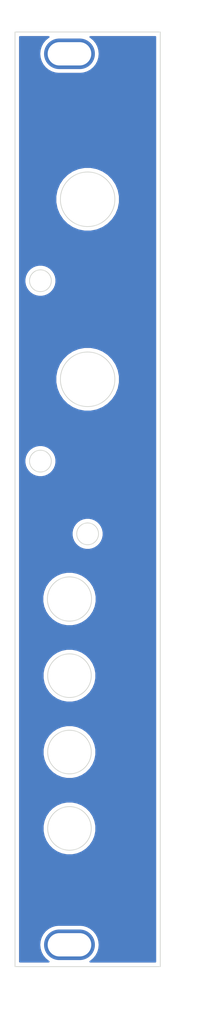
<source format=kicad_pcb>
(kicad_pcb (version 20171130) (host pcbnew 5.1.9+dfsg1-1~bpo10+1)

  (general
    (thickness 1.6)
    (drawings 50)
    (tracks 0)
    (zones 0)
    (modules 1)
    (nets 1)
  )

  (page A4)
  (layers
    (0 F.Cu signal)
    (31 B.Cu signal)
    (32 B.Adhes user)
    (33 F.Adhes user)
    (34 B.Paste user)
    (35 F.Paste user)
    (36 B.SilkS user)
    (37 F.SilkS user)
    (38 B.Mask user)
    (39 F.Mask user)
    (40 Dwgs.User user)
    (41 Cmts.User user)
    (42 Eco1.User user)
    (43 Eco2.User user)
    (44 Edge.Cuts user)
    (45 Margin user)
    (46 B.CrtYd user)
    (47 F.CrtYd user)
    (48 B.Fab user)
    (49 F.Fab user)
  )

  (setup
    (last_trace_width 0.4)
    (trace_clearance 0.2)
    (zone_clearance 0.508)
    (zone_45_only no)
    (trace_min 0.2)
    (via_size 0.8)
    (via_drill 0.4)
    (via_min_size 0.4)
    (via_min_drill 0.3)
    (uvia_size 0.3)
    (uvia_drill 0.1)
    (uvias_allowed no)
    (uvia_min_size 0.2)
    (uvia_min_drill 0.1)
    (edge_width 0.1)
    (segment_width 0.2)
    (pcb_text_width 0.3)
    (pcb_text_size 1.5 1.5)
    (mod_edge_width 0.15)
    (mod_text_size 1 1)
    (mod_text_width 0.15)
    (pad_size 1.6 1.6)
    (pad_drill 0.8)
    (pad_to_mask_clearance 0)
    (aux_axis_origin 0 0)
    (visible_elements FFFFFF7F)
    (pcbplotparams
      (layerselection 0x010fc_ffffffff)
      (usegerberextensions false)
      (usegerberattributes true)
      (usegerberadvancedattributes true)
      (creategerberjobfile true)
      (excludeedgelayer true)
      (linewidth 0.100000)
      (plotframeref false)
      (viasonmask false)
      (mode 1)
      (useauxorigin false)
      (hpglpennumber 1)
      (hpglpenspeed 20)
      (hpglpendiameter 15.000000)
      (psnegative false)
      (psa4output false)
      (plotreference true)
      (plotvalue true)
      (plotinvisibletext false)
      (padsonsilk false)
      (subtractmaskfromsilk false)
      (outputformat 1)
      (mirror false)
      (drillshape 0)
      (scaleselection 1)
      (outputdirectory "MiniVCA 1.2/MiniVCA 1.2 - Front/"))
  )

  (net 0 "")

  (net_class Default "This is the default net class."
    (clearance 0.2)
    (trace_width 0.4)
    (via_dia 0.8)
    (via_drill 0.4)
    (uvia_dia 0.3)
    (uvia_drill 0.1)
  )

  (module benjiaomodular:Panel_4HP (layer F.Cu) (tedit 621B2114) (tstamp 627D9BD7)
    (at 50 40)
    (fp_text reference REF** (at 18 -1) (layer F.Fab) hide
      (effects (font (size 1 1) (thickness 0.15)))
    )
    (fp_text value Panel_4HP (at 4 -1) (layer F.Fab)
      (effects (font (size 1 1) (thickness 0.15)))
    )
    (fp_line (start 0 128.5) (end 0 0) (layer Dwgs.User) (width 0.12))
    (fp_line (start 0 125.5) (end 20 125.5) (layer Dwgs.User) (width 0.12))
    (fp_line (start 0 13) (end 20 13) (layer Dwgs.User) (width 0.12))
    (fp_line (start 0 0) (end 20 0) (layer Dwgs.User) (width 0.12))
    (fp_line (start 20 0) (end 20 128.5) (layer Dwgs.User) (width 0.12))
    (fp_line (start 0 3) (end 20 3) (layer Dwgs.User) (width 0.12))
    (fp_line (start 0 115.5) (end 20 115.5) (layer Dwgs.User) (width 0.12))
    (fp_line (start 20 128.5) (end 0 128.5) (layer Dwgs.User) (width 0.12))
    (fp_text user "Clearance for 2020 Aluminum Extrusion" (at 10.5 11.5) (layer Dwgs.User)
      (effects (font (size 0.8 0.8) (thickness 0.12)))
    )
    (fp_text user "Clearance for 2020 Aluminum Extrusion" (at 10.5 116.5) (layer Dwgs.User)
      (effects (font (size 0.8 0.8) (thickness 0.12)))
    )
    (pad "" thru_hole oval (at 7.5 125.5) (size 7 4.2) (drill oval 6 3.2) (layers *.Cu *.Mask))
    (pad "" thru_hole oval (at 7.5 3) (size 7 4.2) (drill oval 6 3.2) (layers *.Cu *.Mask))
  )

  (dimension 7.5 (width 0.15) (layer Dwgs.User)
    (gr_text "7.500 mm" (at 53.75 36.3) (layer Dwgs.User)
      (effects (font (size 1 1) (thickness 0.15)))
    )
    (feature1 (pts (xy 57.5 43) (xy 57.5 37.013579)))
    (feature2 (pts (xy 50 43) (xy 50 37.013579)))
    (crossbar (pts (xy 50 37.6) (xy 57.5 37.6)))
    (arrow1a (pts (xy 57.5 37.6) (xy 56.373496 38.186421)))
    (arrow1b (pts (xy 57.5 37.6) (xy 56.373496 37.013579)))
    (arrow2a (pts (xy 50 37.6) (xy 51.126504 38.186421)))
    (arrow2b (pts (xy 50 37.6) (xy 51.126504 37.013579)))
  )
  (dimension 8.5 (width 0.15) (layer Dwgs.User)
    (gr_text "8.500 mm" (at 76.05 44.25 270) (layer Dwgs.User)
      (effects (font (size 1 1) (thickness 0.15)))
    )
    (feature1 (pts (xy 60 48.5) (xy 75.336421 48.5)))
    (feature2 (pts (xy 60 40) (xy 75.336421 40)))
    (crossbar (pts (xy 74.75 40) (xy 74.75 48.5)))
    (arrow1a (pts (xy 74.75 48.5) (xy 74.163579 47.373496)))
    (arrow1b (pts (xy 74.75 48.5) (xy 75.336421 47.373496)))
    (arrow2a (pts (xy 74.75 40) (xy 74.163579 41.126504)))
    (arrow2b (pts (xy 74.75 40) (xy 75.336421 41.126504)))
  )
  (dimension 7.5 (width 0.15) (layer Dwgs.User)
    (gr_text "7.500 mm" (at 53.75 177.05) (layer Dwgs.User)
      (effects (font (size 1 1) (thickness 0.15)))
    )
    (feature1 (pts (xy 50 118) (xy 50 176.336421)))
    (feature2 (pts (xy 57.5 118) (xy 57.5 176.336421)))
    (crossbar (pts (xy 57.5 175.75) (xy 50 175.75)))
    (arrow1a (pts (xy 50 175.75) (xy 51.126504 175.163579)))
    (arrow1b (pts (xy 50 175.75) (xy 51.126504 176.336421)))
    (arrow2a (pts (xy 57.5 175.75) (xy 56.373496 175.163579)))
    (arrow2b (pts (xy 57.5 175.75) (xy 56.373496 176.336421)))
  )
  (gr_circle (center 57.5 149.5) (end 61.5 149.5) (layer Dwgs.User) (width 0.15))
  (gr_line (start 69 107) (end 60.6 115.4) (layer F.Mask) (width 0.4))
  (gr_line (start 69 87.3) (end 69 107) (layer F.Mask) (width 0.4))
  (gr_line (start 69 69) (end 66.8 67.3) (layer F.Mask) (width 0.4))
  (gr_line (start 69 87.3) (end 69 69) (layer F.Mask) (width 0.4))
  (gr_line (start 51.5 102.25) (end 52.5 100.75) (layer F.Mask) (width 0.4))
  (gr_line (start 51.5 123.1) (end 51.5 102.25) (layer F.Mask) (width 0.4))
  (gr_line (start 54.4 126) (end 51.5 123.1) (layer F.Mask) (width 0.4))
  (gr_circle (center 57.5 149.5) (end 61.5 149.5) (layer F.Mask) (width 0.6))
  (gr_circle (center 57.5 128.5) (end 61.5 128.5) (layer F.Mask) (width 0.4))
  (gr_circle (center 57.5 118) (end 61.5 118) (layer F.Mask) (width 0.4))
  (gr_circle (center 60 109) (end 62 109) (layer F.Mask) (width 0.4))
  (gr_circle (center 60 109) (end 61.5 109) (layer Edge.Cuts) (width 0.1))
  (dimension 10 (width 0.15) (layer Dwgs.User)
    (gr_text "10.000 mm" (at 55 104.7) (layer Dwgs.User)
      (effects (font (size 1 1) (thickness 0.15)))
    )
    (feature1 (pts (xy 60 109) (xy 60 105.413579)))
    (feature2 (pts (xy 50 109) (xy 50 105.413579)))
    (crossbar (pts (xy 50 106) (xy 60 106)))
    (arrow1a (pts (xy 60 106) (xy 58.873496 106.586421)))
    (arrow1b (pts (xy 60 106) (xy 58.873496 105.413579)))
    (arrow2a (pts (xy 50 106) (xy 51.126504 106.586421)))
    (arrow2b (pts (xy 50 106) (xy 51.126504 105.413579)))
  )
  (gr_line (start 54.45 72.4) (end 55.8 69.8) (layer F.Mask) (width 0.4))
  (gr_line (start 54.5 97.25) (end 56 94.75) (layer F.Mask) (width 0.4))
  (gr_circle (center 60 87.75) (end 68 87.75) (layer F.Mask) (width 0.4))
  (gr_circle (center 60 63) (end 68 63) (layer F.Mask) (width 0.4))
  (gr_circle (center 53.5 74.2) (end 55.5 74.2) (layer F.Mask) (width 0.4))
  (gr_circle (center 53.5 99) (end 55.5 99) (layer F.Mask) (width 0.4))
  (gr_text CV2 (at 58.75 101.25) (layer F.Mask)
    (effects (font (size 2 2) (thickness 0.3)))
  )
  (gr_text CV1 (at 58.75 76) (layer F.Mask)
    (effects (font (size 2 2) (thickness 0.3)))
  )
  (gr_text OUT (at 66 149.5) (layer F.Mask)
    (effects (font (size 2 2) (thickness 0.3)))
  )
  (gr_text IN (at 64.5 139) (layer F.Mask)
    (effects (font (size 2 2) (thickness 0.3)))
  )
  (gr_text CV2 (at 65 128.5) (layer F.Mask) (tstamp 61B25FE3)
    (effects (font (size 2 2) (thickness 0.3)))
  )
  (gr_text CV1 (at 65 118) (layer F.Mask)
    (effects (font (size 2 2) (thickness 0.3)))
  )
  (gr_text MiniVCA (at 60 48.5) (layer F.Mask)
    (effects (font (size 2 2) (thickness 0.35)))
  )
  (gr_text @benjiaomodular (at 60 159) (layer F.Mask)
    (effects (font (size 1.25 1.25) (thickness 0.15)))
  )
  (gr_circle (center 57.5 117.958619) (end 60.5 118.458619) (layer Edge.Cuts) (width 0.1))
  (gr_circle (center 57.5 149.5) (end 60.5 149.5) (layer Edge.Cuts) (width 0.1))
  (gr_circle (center 57.5 139) (end 60.5 139) (layer Edge.Cuts) (width 0.1))
  (gr_circle (center 57.5 128.5) (end 60.5 128.5) (layer Edge.Cuts) (width 0.1))
  (gr_circle (center 53.5 74.2) (end 55 74.2) (layer Edge.Cuts) (width 0.1))
  (dimension 3.5 (width 0.15) (layer Dwgs.User)
    (gr_text "3.500 mm" (at 51.75 78.2) (layer Dwgs.User)
      (effects (font (size 1 1) (thickness 0.15)))
    )
    (feature1 (pts (xy 53.5 74.2) (xy 53.5 77.486421)))
    (feature2 (pts (xy 50 74.2) (xy 50 77.486421)))
    (crossbar (pts (xy 50 76.9) (xy 53.5 76.9)))
    (arrow1a (pts (xy 53.5 76.9) (xy 52.373496 77.486421)))
    (arrow1b (pts (xy 53.5 76.9) (xy 52.373496 76.313579)))
    (arrow2a (pts (xy 50 76.9) (xy 51.126504 77.486421)))
    (arrow2b (pts (xy 50 76.9) (xy 51.126504 76.313579)))
  )
  (gr_circle (center 53.5 99) (end 55 99) (layer Edge.Cuts) (width 0.1) (tstamp 61B4B896))
  (dimension 3.5 (width 0.15) (layer Dwgs.User)
    (gr_text "3.500 mm" (at 51.75 102.8) (layer Dwgs.User)
      (effects (font (size 1 1) (thickness 0.15)))
    )
    (feature1 (pts (xy 53.5 99) (xy 53.5 102.086421)))
    (feature2 (pts (xy 50 99) (xy 50 102.086421)))
    (crossbar (pts (xy 50 101.5) (xy 53.5 101.5)))
    (arrow1a (pts (xy 53.5 101.5) (xy 52.373496 102.086421)))
    (arrow1b (pts (xy 53.5 101.5) (xy 52.373496 100.913579)))
    (arrow2a (pts (xy 50 101.5) (xy 51.126504 102.086421)))
    (arrow2b (pts (xy 50 101.5) (xy 51.126504 100.913579)))
  )
  (gr_line (start 70 168.5) (end 70 155.5) (layer Edge.Cuts) (width 0.1) (tstamp 61B24875))
  (gr_line (start 70 130) (end 70 155.5) (layer Edge.Cuts) (width 0.1))
  (gr_line (start 70 76) (end 70 130) (layer Edge.Cuts) (width 0.1))
  (gr_line (start 50 168.5) (end 50 40) (layer Edge.Cuts) (width 0.1) (tstamp 61B1DDA0))
  (gr_line (start 70 168.5) (end 50 168.5) (layer Edge.Cuts) (width 0.1))
  (gr_line (start 70 40) (end 70 76) (layer Edge.Cuts) (width 0.1))
  (gr_line (start 50 40) (end 70 40) (layer Edge.Cuts) (width 0.1))
  (gr_circle (center 60 87.75) (end 63.75 87.75) (layer Edge.Cuts) (width 0.1) (tstamp 61B4B86D))
  (gr_circle (center 60 63) (end 63.75 63) (layer Edge.Cuts) (width 0.1) (tstamp 61B1D930))
  (gr_circle (center 60 87.75) (end 67.5 87.75) (layer Dwgs.User) (width 0.15) (tstamp 61B1D8D8))
  (gr_circle (center 60 63) (end 67.5 63.5) (layer Dwgs.User) (width 0.15) (tstamp 61B1D8BE))

  (zone (net 0) (net_name "") (layer F.Cu) (tstamp 61C9F97C) (hatch edge 0.508)
    (connect_pads (clearance 0.508))
    (min_thickness 0.254)
    (fill yes (arc_segments 32) (thermal_gap 0.508) (thermal_bridge_width 0.508))
    (polygon
      (pts
        (xy 69.5 168) (xy 50.5 168) (xy 50.5 40.5) (xy 69.5 40.5)
      )
    )
    (filled_polygon
      (pts
        (xy 54.573164 40.714928) (xy 54.156706 41.056706) (xy 53.814928 41.473164) (xy 53.560964 41.948297) (xy 53.404574 42.463846)
        (xy 53.351767 43) (xy 53.404574 43.536154) (xy 53.560964 44.051703) (xy 53.814928 44.526836) (xy 54.156706 44.943294)
        (xy 54.573164 45.285072) (xy 55.048297 45.539036) (xy 55.563846 45.695426) (xy 55.965644 45.735) (xy 59.034356 45.735)
        (xy 59.436154 45.695426) (xy 59.951703 45.539036) (xy 60.426836 45.285072) (xy 60.843294 44.943294) (xy 61.185072 44.526836)
        (xy 61.439036 44.051703) (xy 61.595426 43.536154) (xy 61.648233 43) (xy 61.595426 42.463846) (xy 61.439036 41.948297)
        (xy 61.185072 41.473164) (xy 60.843294 41.056706) (xy 60.426836 40.714928) (xy 60.370845 40.685) (xy 69.315 40.685)
        (xy 69.315001 75.966344) (xy 69.315 75.966354) (xy 69.315001 129.966344) (xy 69.315 129.966354) (xy 69.315001 155.466353)
        (xy 69.315 167.815) (xy 60.370845 167.815) (xy 60.426836 167.785072) (xy 60.843294 167.443294) (xy 61.185072 167.026836)
        (xy 61.439036 166.551703) (xy 61.595426 166.036154) (xy 61.648233 165.5) (xy 61.595426 164.963846) (xy 61.439036 164.448297)
        (xy 61.185072 163.973164) (xy 60.843294 163.556706) (xy 60.426836 163.214928) (xy 59.951703 162.960964) (xy 59.436154 162.804574)
        (xy 59.034356 162.765) (xy 55.965644 162.765) (xy 55.563846 162.804574) (xy 55.048297 162.960964) (xy 54.573164 163.214928)
        (xy 54.156706 163.556706) (xy 53.814928 163.973164) (xy 53.560964 164.448297) (xy 53.404574 164.963846) (xy 53.351767 165.5)
        (xy 53.404574 166.036154) (xy 53.560964 166.551703) (xy 53.814928 167.026836) (xy 54.156706 167.443294) (xy 54.573164 167.785072)
        (xy 54.629155 167.815) (xy 50.685 167.815) (xy 50.685 149.136846) (xy 53.812841 149.136846) (xy 53.812841 149.863154)
        (xy 53.954536 150.575505) (xy 54.232482 151.246525) (xy 54.635996 151.850427) (xy 55.149573 152.364004) (xy 55.753475 152.767518)
        (xy 56.424495 153.045464) (xy 57.136846 153.187159) (xy 57.863154 153.187159) (xy 58.575505 153.045464) (xy 59.246525 152.767518)
        (xy 59.850427 152.364004) (xy 60.364004 151.850427) (xy 60.767518 151.246525) (xy 61.045464 150.575505) (xy 61.187159 149.863154)
        (xy 61.187159 149.136846) (xy 61.045464 148.424495) (xy 60.767518 147.753475) (xy 60.364004 147.149573) (xy 59.850427 146.635996)
        (xy 59.246525 146.232482) (xy 58.575505 145.954536) (xy 57.863154 145.812841) (xy 57.136846 145.812841) (xy 56.424495 145.954536)
        (xy 55.753475 146.232482) (xy 55.149573 146.635996) (xy 54.635996 147.149573) (xy 54.232482 147.753475) (xy 53.954536 148.424495)
        (xy 53.812841 149.136846) (xy 50.685 149.136846) (xy 50.685 138.636846) (xy 53.812841 138.636846) (xy 53.812841 139.363154)
        (xy 53.954536 140.075505) (xy 54.232482 140.746525) (xy 54.635996 141.350427) (xy 55.149573 141.864004) (xy 55.753475 142.267518)
        (xy 56.424495 142.545464) (xy 57.136846 142.687159) (xy 57.863154 142.687159) (xy 58.575505 142.545464) (xy 59.246525 142.267518)
        (xy 59.850427 141.864004) (xy 60.364004 141.350427) (xy 60.767518 140.746525) (xy 61.045464 140.075505) (xy 61.187159 139.363154)
        (xy 61.187159 138.636846) (xy 61.045464 137.924495) (xy 60.767518 137.253475) (xy 60.364004 136.649573) (xy 59.850427 136.135996)
        (xy 59.246525 135.732482) (xy 58.575505 135.454536) (xy 57.863154 135.312841) (xy 57.136846 135.312841) (xy 56.424495 135.454536)
        (xy 55.753475 135.732482) (xy 55.149573 136.135996) (xy 54.635996 136.649573) (xy 54.232482 137.253475) (xy 53.954536 137.924495)
        (xy 53.812841 138.636846) (xy 50.685 138.636846) (xy 50.685 128.136846) (xy 53.812841 128.136846) (xy 53.812841 128.863154)
        (xy 53.954536 129.575505) (xy 54.232482 130.246525) (xy 54.635996 130.850427) (xy 55.149573 131.364004) (xy 55.753475 131.767518)
        (xy 56.424495 132.045464) (xy 57.136846 132.187159) (xy 57.863154 132.187159) (xy 58.575505 132.045464) (xy 59.246525 131.767518)
        (xy 59.850427 131.364004) (xy 60.364004 130.850427) (xy 60.767518 130.246525) (xy 61.045464 129.575505) (xy 61.187159 128.863154)
        (xy 61.187159 128.136846) (xy 61.045464 127.424495) (xy 60.767518 126.753475) (xy 60.364004 126.149573) (xy 59.850427 125.635996)
        (xy 59.246525 125.232482) (xy 58.575505 124.954536) (xy 57.863154 124.812841) (xy 57.136846 124.812841) (xy 56.424495 124.954536)
        (xy 55.753475 125.232482) (xy 55.149573 125.635996) (xy 54.635996 126.149573) (xy 54.232482 126.753475) (xy 53.954536 127.424495)
        (xy 53.812841 128.136846) (xy 50.685 128.136846) (xy 50.685 117.591409) (xy 53.771659 117.591409) (xy 53.771659 118.325829)
        (xy 53.914937 119.046136) (xy 54.195987 119.724651) (xy 54.604008 120.335298) (xy 55.123321 120.854611) (xy 55.733968 121.262632)
        (xy 56.412483 121.543682) (xy 57.13279 121.68696) (xy 57.86721 121.68696) (xy 58.587517 121.543682) (xy 59.266032 121.262632)
        (xy 59.876679 120.854611) (xy 60.395992 120.335298) (xy 60.804013 119.724651) (xy 61.085063 119.046136) (xy 61.228341 118.325829)
        (xy 61.228341 117.591409) (xy 61.085063 116.871102) (xy 60.804013 116.192587) (xy 60.395992 115.58194) (xy 59.876679 115.062627)
        (xy 59.266032 114.654606) (xy 58.587517 114.373556) (xy 57.86721 114.230278) (xy 57.13279 114.230278) (xy 56.412483 114.373556)
        (xy 55.733968 114.654606) (xy 55.123321 115.062627) (xy 54.604008 115.58194) (xy 54.195987 116.192587) (xy 53.914937 116.871102)
        (xy 53.771659 117.591409) (xy 50.685 117.591409) (xy 50.685 108.783872) (xy 57.805618 108.783872) (xy 57.805618 109.216128)
        (xy 57.889947 109.640078) (xy 58.055364 110.03943) (xy 58.295512 110.398837) (xy 58.601163 110.704488) (xy 58.96057 110.944636)
        (xy 59.359922 111.110053) (xy 59.783872 111.194382) (xy 60.216128 111.194382) (xy 60.640078 111.110053) (xy 61.03943 110.944636)
        (xy 61.398837 110.704488) (xy 61.704488 110.398837) (xy 61.944636 110.03943) (xy 62.110053 109.640078) (xy 62.194382 109.216128)
        (xy 62.194382 108.783872) (xy 62.110053 108.359922) (xy 61.944636 107.96057) (xy 61.704488 107.601163) (xy 61.398837 107.295512)
        (xy 61.03943 107.055364) (xy 60.640078 106.889947) (xy 60.216128 106.805618) (xy 59.783872 106.805618) (xy 59.359922 106.889947)
        (xy 58.96057 107.055364) (xy 58.601163 107.295512) (xy 58.295512 107.601163) (xy 58.055364 107.96057) (xy 57.889947 108.359922)
        (xy 57.805618 108.783872) (xy 50.685 108.783872) (xy 50.685 98.783872) (xy 51.305618 98.783872) (xy 51.305618 99.216128)
        (xy 51.389947 99.640078) (xy 51.555364 100.03943) (xy 51.795512 100.398837) (xy 52.101163 100.704488) (xy 52.46057 100.944636)
        (xy 52.859922 101.110053) (xy 53.283872 101.194382) (xy 53.716128 101.194382) (xy 54.140078 101.110053) (xy 54.53943 100.944636)
        (xy 54.898837 100.704488) (xy 55.204488 100.398837) (xy 55.444636 100.03943) (xy 55.610053 99.640078) (xy 55.694382 99.216128)
        (xy 55.694382 98.783872) (xy 55.610053 98.359922) (xy 55.444636 97.96057) (xy 55.204488 97.601163) (xy 54.898837 97.295512)
        (xy 54.53943 97.055364) (xy 54.140078 96.889947) (xy 53.716128 96.805618) (xy 53.283872 96.805618) (xy 52.859922 96.889947)
        (xy 52.46057 97.055364) (xy 52.101163 97.295512) (xy 51.795512 97.601163) (xy 51.555364 97.96057) (xy 51.389947 98.359922)
        (xy 51.305618 98.783872) (xy 50.685 98.783872) (xy 50.685 87.313334) (xy 55.566452 87.313334) (xy 55.566452 88.186666)
        (xy 55.736831 89.043218) (xy 56.071041 89.850072) (xy 56.556238 90.576222) (xy 57.173778 91.193762) (xy 57.899928 91.678959)
        (xy 58.706782 92.013169) (xy 59.563334 92.183548) (xy 60.436666 92.183548) (xy 61.293218 92.013169) (xy 62.100072 91.678959)
        (xy 62.826222 91.193762) (xy 63.443762 90.576222) (xy 63.928959 89.850072) (xy 64.263169 89.043218) (xy 64.433548 88.186666)
        (xy 64.433548 87.313334) (xy 64.263169 86.456782) (xy 63.928959 85.649928) (xy 63.443762 84.923778) (xy 62.826222 84.306238)
        (xy 62.100072 83.821041) (xy 61.293218 83.486831) (xy 60.436666 83.316452) (xy 59.563334 83.316452) (xy 58.706782 83.486831)
        (xy 57.899928 83.821041) (xy 57.173778 84.306238) (xy 56.556238 84.923778) (xy 56.071041 85.649928) (xy 55.736831 86.456782)
        (xy 55.566452 87.313334) (xy 50.685 87.313334) (xy 50.685 73.983872) (xy 51.305618 73.983872) (xy 51.305618 74.416128)
        (xy 51.389947 74.840078) (xy 51.555364 75.23943) (xy 51.795512 75.598837) (xy 52.101163 75.904488) (xy 52.46057 76.144636)
        (xy 52.859922 76.310053) (xy 53.283872 76.394382) (xy 53.716128 76.394382) (xy 54.140078 76.310053) (xy 54.53943 76.144636)
        (xy 54.898837 75.904488) (xy 55.204488 75.598837) (xy 55.444636 75.23943) (xy 55.610053 74.840078) (xy 55.694382 74.416128)
        (xy 55.694382 73.983872) (xy 55.610053 73.559922) (xy 55.444636 73.16057) (xy 55.204488 72.801163) (xy 54.898837 72.495512)
        (xy 54.53943 72.255364) (xy 54.140078 72.089947) (xy 53.716128 72.005618) (xy 53.283872 72.005618) (xy 52.859922 72.089947)
        (xy 52.46057 72.255364) (xy 52.101163 72.495512) (xy 51.795512 72.801163) (xy 51.555364 73.16057) (xy 51.389947 73.559922)
        (xy 51.305618 73.983872) (xy 50.685 73.983872) (xy 50.685 62.563334) (xy 55.566452 62.563334) (xy 55.566452 63.436666)
        (xy 55.736831 64.293218) (xy 56.071041 65.100072) (xy 56.556238 65.826222) (xy 57.173778 66.443762) (xy 57.899928 66.928959)
        (xy 58.706782 67.263169) (xy 59.563334 67.433548) (xy 60.436666 67.433548) (xy 61.293218 67.263169) (xy 62.100072 66.928959)
        (xy 62.826222 66.443762) (xy 63.443762 65.826222) (xy 63.928959 65.100072) (xy 64.263169 64.293218) (xy 64.433548 63.436666)
        (xy 64.433548 62.563334) (xy 64.263169 61.706782) (xy 63.928959 60.899928) (xy 63.443762 60.173778) (xy 62.826222 59.556238)
        (xy 62.100072 59.071041) (xy 61.293218 58.736831) (xy 60.436666 58.566452) (xy 59.563334 58.566452) (xy 58.706782 58.736831)
        (xy 57.899928 59.071041) (xy 57.173778 59.556238) (xy 56.556238 60.173778) (xy 56.071041 60.899928) (xy 55.736831 61.706782)
        (xy 55.566452 62.563334) (xy 50.685 62.563334) (xy 50.685 40.685) (xy 54.629155 40.685)
      )
    )
  )
  (zone (net 0) (net_name "") (layer B.Cu) (tstamp 61C9F979) (hatch edge 0.508)
    (connect_pads (clearance 0.508))
    (min_thickness 0.254)
    (fill yes (arc_segments 32) (thermal_gap 0.508) (thermal_bridge_width 0.508))
    (polygon
      (pts
        (xy 69.5 168) (xy 50.5 168) (xy 50.5 40.5) (xy 69.5 40.5)
      )
    )
    (filled_polygon
      (pts
        (xy 54.573164 40.714928) (xy 54.156706 41.056706) (xy 53.814928 41.473164) (xy 53.560964 41.948297) (xy 53.404574 42.463846)
        (xy 53.351767 43) (xy 53.404574 43.536154) (xy 53.560964 44.051703) (xy 53.814928 44.526836) (xy 54.156706 44.943294)
        (xy 54.573164 45.285072) (xy 55.048297 45.539036) (xy 55.563846 45.695426) (xy 55.965644 45.735) (xy 59.034356 45.735)
        (xy 59.436154 45.695426) (xy 59.951703 45.539036) (xy 60.426836 45.285072) (xy 60.843294 44.943294) (xy 61.185072 44.526836)
        (xy 61.439036 44.051703) (xy 61.595426 43.536154) (xy 61.648233 43) (xy 61.595426 42.463846) (xy 61.439036 41.948297)
        (xy 61.185072 41.473164) (xy 60.843294 41.056706) (xy 60.426836 40.714928) (xy 60.370845 40.685) (xy 69.315 40.685)
        (xy 69.315001 75.966344) (xy 69.315 75.966354) (xy 69.315001 129.966344) (xy 69.315 129.966354) (xy 69.315001 155.466353)
        (xy 69.315 167.815) (xy 60.370845 167.815) (xy 60.426836 167.785072) (xy 60.843294 167.443294) (xy 61.185072 167.026836)
        (xy 61.439036 166.551703) (xy 61.595426 166.036154) (xy 61.648233 165.5) (xy 61.595426 164.963846) (xy 61.439036 164.448297)
        (xy 61.185072 163.973164) (xy 60.843294 163.556706) (xy 60.426836 163.214928) (xy 59.951703 162.960964) (xy 59.436154 162.804574)
        (xy 59.034356 162.765) (xy 55.965644 162.765) (xy 55.563846 162.804574) (xy 55.048297 162.960964) (xy 54.573164 163.214928)
        (xy 54.156706 163.556706) (xy 53.814928 163.973164) (xy 53.560964 164.448297) (xy 53.404574 164.963846) (xy 53.351767 165.5)
        (xy 53.404574 166.036154) (xy 53.560964 166.551703) (xy 53.814928 167.026836) (xy 54.156706 167.443294) (xy 54.573164 167.785072)
        (xy 54.629155 167.815) (xy 50.685 167.815) (xy 50.685 149.136846) (xy 53.812841 149.136846) (xy 53.812841 149.863154)
        (xy 53.954536 150.575505) (xy 54.232482 151.246525) (xy 54.635996 151.850427) (xy 55.149573 152.364004) (xy 55.753475 152.767518)
        (xy 56.424495 153.045464) (xy 57.136846 153.187159) (xy 57.863154 153.187159) (xy 58.575505 153.045464) (xy 59.246525 152.767518)
        (xy 59.850427 152.364004) (xy 60.364004 151.850427) (xy 60.767518 151.246525) (xy 61.045464 150.575505) (xy 61.187159 149.863154)
        (xy 61.187159 149.136846) (xy 61.045464 148.424495) (xy 60.767518 147.753475) (xy 60.364004 147.149573) (xy 59.850427 146.635996)
        (xy 59.246525 146.232482) (xy 58.575505 145.954536) (xy 57.863154 145.812841) (xy 57.136846 145.812841) (xy 56.424495 145.954536)
        (xy 55.753475 146.232482) (xy 55.149573 146.635996) (xy 54.635996 147.149573) (xy 54.232482 147.753475) (xy 53.954536 148.424495)
        (xy 53.812841 149.136846) (xy 50.685 149.136846) (xy 50.685 138.636846) (xy 53.812841 138.636846) (xy 53.812841 139.363154)
        (xy 53.954536 140.075505) (xy 54.232482 140.746525) (xy 54.635996 141.350427) (xy 55.149573 141.864004) (xy 55.753475 142.267518)
        (xy 56.424495 142.545464) (xy 57.136846 142.687159) (xy 57.863154 142.687159) (xy 58.575505 142.545464) (xy 59.246525 142.267518)
        (xy 59.850427 141.864004) (xy 60.364004 141.350427) (xy 60.767518 140.746525) (xy 61.045464 140.075505) (xy 61.187159 139.363154)
        (xy 61.187159 138.636846) (xy 61.045464 137.924495) (xy 60.767518 137.253475) (xy 60.364004 136.649573) (xy 59.850427 136.135996)
        (xy 59.246525 135.732482) (xy 58.575505 135.454536) (xy 57.863154 135.312841) (xy 57.136846 135.312841) (xy 56.424495 135.454536)
        (xy 55.753475 135.732482) (xy 55.149573 136.135996) (xy 54.635996 136.649573) (xy 54.232482 137.253475) (xy 53.954536 137.924495)
        (xy 53.812841 138.636846) (xy 50.685 138.636846) (xy 50.685 128.136846) (xy 53.812841 128.136846) (xy 53.812841 128.863154)
        (xy 53.954536 129.575505) (xy 54.232482 130.246525) (xy 54.635996 130.850427) (xy 55.149573 131.364004) (xy 55.753475 131.767518)
        (xy 56.424495 132.045464) (xy 57.136846 132.187159) (xy 57.863154 132.187159) (xy 58.575505 132.045464) (xy 59.246525 131.767518)
        (xy 59.850427 131.364004) (xy 60.364004 130.850427) (xy 60.767518 130.246525) (xy 61.045464 129.575505) (xy 61.187159 128.863154)
        (xy 61.187159 128.136846) (xy 61.045464 127.424495) (xy 60.767518 126.753475) (xy 60.364004 126.149573) (xy 59.850427 125.635996)
        (xy 59.246525 125.232482) (xy 58.575505 124.954536) (xy 57.863154 124.812841) (xy 57.136846 124.812841) (xy 56.424495 124.954536)
        (xy 55.753475 125.232482) (xy 55.149573 125.635996) (xy 54.635996 126.149573) (xy 54.232482 126.753475) (xy 53.954536 127.424495)
        (xy 53.812841 128.136846) (xy 50.685 128.136846) (xy 50.685 117.591409) (xy 53.771659 117.591409) (xy 53.771659 118.325829)
        (xy 53.914937 119.046136) (xy 54.195987 119.724651) (xy 54.604008 120.335298) (xy 55.123321 120.854611) (xy 55.733968 121.262632)
        (xy 56.412483 121.543682) (xy 57.13279 121.68696) (xy 57.86721 121.68696) (xy 58.587517 121.543682) (xy 59.266032 121.262632)
        (xy 59.876679 120.854611) (xy 60.395992 120.335298) (xy 60.804013 119.724651) (xy 61.085063 119.046136) (xy 61.228341 118.325829)
        (xy 61.228341 117.591409) (xy 61.085063 116.871102) (xy 60.804013 116.192587) (xy 60.395992 115.58194) (xy 59.876679 115.062627)
        (xy 59.266032 114.654606) (xy 58.587517 114.373556) (xy 57.86721 114.230278) (xy 57.13279 114.230278) (xy 56.412483 114.373556)
        (xy 55.733968 114.654606) (xy 55.123321 115.062627) (xy 54.604008 115.58194) (xy 54.195987 116.192587) (xy 53.914937 116.871102)
        (xy 53.771659 117.591409) (xy 50.685 117.591409) (xy 50.685 108.783872) (xy 57.805618 108.783872) (xy 57.805618 109.216128)
        (xy 57.889947 109.640078) (xy 58.055364 110.03943) (xy 58.295512 110.398837) (xy 58.601163 110.704488) (xy 58.96057 110.944636)
        (xy 59.359922 111.110053) (xy 59.783872 111.194382) (xy 60.216128 111.194382) (xy 60.640078 111.110053) (xy 61.03943 110.944636)
        (xy 61.398837 110.704488) (xy 61.704488 110.398837) (xy 61.944636 110.03943) (xy 62.110053 109.640078) (xy 62.194382 109.216128)
        (xy 62.194382 108.783872) (xy 62.110053 108.359922) (xy 61.944636 107.96057) (xy 61.704488 107.601163) (xy 61.398837 107.295512)
        (xy 61.03943 107.055364) (xy 60.640078 106.889947) (xy 60.216128 106.805618) (xy 59.783872 106.805618) (xy 59.359922 106.889947)
        (xy 58.96057 107.055364) (xy 58.601163 107.295512) (xy 58.295512 107.601163) (xy 58.055364 107.96057) (xy 57.889947 108.359922)
        (xy 57.805618 108.783872) (xy 50.685 108.783872) (xy 50.685 98.783872) (xy 51.305618 98.783872) (xy 51.305618 99.216128)
        (xy 51.389947 99.640078) (xy 51.555364 100.03943) (xy 51.795512 100.398837) (xy 52.101163 100.704488) (xy 52.46057 100.944636)
        (xy 52.859922 101.110053) (xy 53.283872 101.194382) (xy 53.716128 101.194382) (xy 54.140078 101.110053) (xy 54.53943 100.944636)
        (xy 54.898837 100.704488) (xy 55.204488 100.398837) (xy 55.444636 100.03943) (xy 55.610053 99.640078) (xy 55.694382 99.216128)
        (xy 55.694382 98.783872) (xy 55.610053 98.359922) (xy 55.444636 97.96057) (xy 55.204488 97.601163) (xy 54.898837 97.295512)
        (xy 54.53943 97.055364) (xy 54.140078 96.889947) (xy 53.716128 96.805618) (xy 53.283872 96.805618) (xy 52.859922 96.889947)
        (xy 52.46057 97.055364) (xy 52.101163 97.295512) (xy 51.795512 97.601163) (xy 51.555364 97.96057) (xy 51.389947 98.359922)
        (xy 51.305618 98.783872) (xy 50.685 98.783872) (xy 50.685 87.313334) (xy 55.566452 87.313334) (xy 55.566452 88.186666)
        (xy 55.736831 89.043218) (xy 56.071041 89.850072) (xy 56.556238 90.576222) (xy 57.173778 91.193762) (xy 57.899928 91.678959)
        (xy 58.706782 92.013169) (xy 59.563334 92.183548) (xy 60.436666 92.183548) (xy 61.293218 92.013169) (xy 62.100072 91.678959)
        (xy 62.826222 91.193762) (xy 63.443762 90.576222) (xy 63.928959 89.850072) (xy 64.263169 89.043218) (xy 64.433548 88.186666)
        (xy 64.433548 87.313334) (xy 64.263169 86.456782) (xy 63.928959 85.649928) (xy 63.443762 84.923778) (xy 62.826222 84.306238)
        (xy 62.100072 83.821041) (xy 61.293218 83.486831) (xy 60.436666 83.316452) (xy 59.563334 83.316452) (xy 58.706782 83.486831)
        (xy 57.899928 83.821041) (xy 57.173778 84.306238) (xy 56.556238 84.923778) (xy 56.071041 85.649928) (xy 55.736831 86.456782)
        (xy 55.566452 87.313334) (xy 50.685 87.313334) (xy 50.685 73.983872) (xy 51.305618 73.983872) (xy 51.305618 74.416128)
        (xy 51.389947 74.840078) (xy 51.555364 75.23943) (xy 51.795512 75.598837) (xy 52.101163 75.904488) (xy 52.46057 76.144636)
        (xy 52.859922 76.310053) (xy 53.283872 76.394382) (xy 53.716128 76.394382) (xy 54.140078 76.310053) (xy 54.53943 76.144636)
        (xy 54.898837 75.904488) (xy 55.204488 75.598837) (xy 55.444636 75.23943) (xy 55.610053 74.840078) (xy 55.694382 74.416128)
        (xy 55.694382 73.983872) (xy 55.610053 73.559922) (xy 55.444636 73.16057) (xy 55.204488 72.801163) (xy 54.898837 72.495512)
        (xy 54.53943 72.255364) (xy 54.140078 72.089947) (xy 53.716128 72.005618) (xy 53.283872 72.005618) (xy 52.859922 72.089947)
        (xy 52.46057 72.255364) (xy 52.101163 72.495512) (xy 51.795512 72.801163) (xy 51.555364 73.16057) (xy 51.389947 73.559922)
        (xy 51.305618 73.983872) (xy 50.685 73.983872) (xy 50.685 62.563334) (xy 55.566452 62.563334) (xy 55.566452 63.436666)
        (xy 55.736831 64.293218) (xy 56.071041 65.100072) (xy 56.556238 65.826222) (xy 57.173778 66.443762) (xy 57.899928 66.928959)
        (xy 58.706782 67.263169) (xy 59.563334 67.433548) (xy 60.436666 67.433548) (xy 61.293218 67.263169) (xy 62.100072 66.928959)
        (xy 62.826222 66.443762) (xy 63.443762 65.826222) (xy 63.928959 65.100072) (xy 64.263169 64.293218) (xy 64.433548 63.436666)
        (xy 64.433548 62.563334) (xy 64.263169 61.706782) (xy 63.928959 60.899928) (xy 63.443762 60.173778) (xy 62.826222 59.556238)
        (xy 62.100072 59.071041) (xy 61.293218 58.736831) (xy 60.436666 58.566452) (xy 59.563334 58.566452) (xy 58.706782 58.736831)
        (xy 57.899928 59.071041) (xy 57.173778 59.556238) (xy 56.556238 60.173778) (xy 56.071041 60.899928) (xy 55.736831 61.706782)
        (xy 55.566452 62.563334) (xy 50.685 62.563334) (xy 50.685 40.685) (xy 54.629155 40.685)
      )
    )
  )
)

</source>
